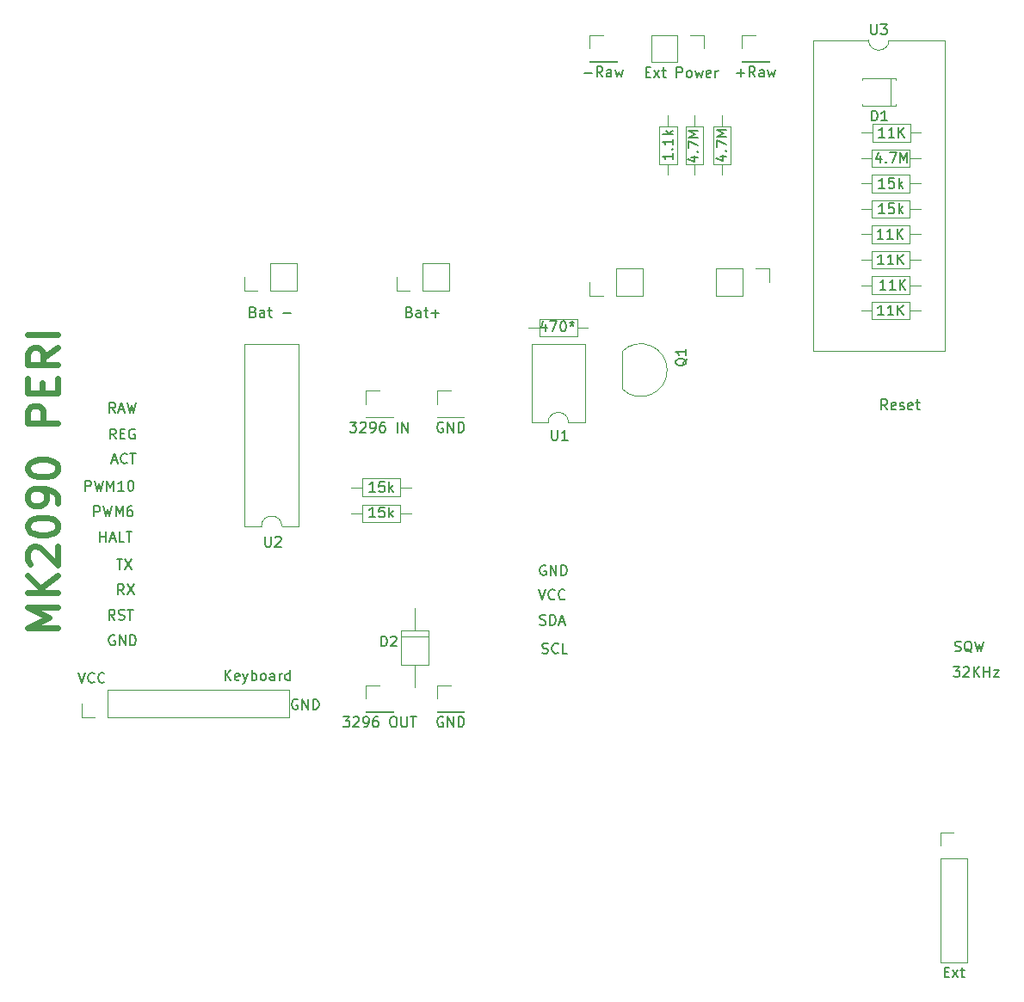
<source format=gbr>
G04 #@! TF.GenerationSoftware,KiCad,Pcbnew,(5.1.2)-2*
G04 #@! TF.CreationDate,2020-12-08T09:13:38+10:00*
G04 #@! TF.ProjectId,MK2090_PERI_order,4d4b3230-3930-45f5-9045-52495f6f7264,rev?*
G04 #@! TF.SameCoordinates,Original*
G04 #@! TF.FileFunction,Legend,Top*
G04 #@! TF.FilePolarity,Positive*
%FSLAX46Y46*%
G04 Gerber Fmt 4.6, Leading zero omitted, Abs format (unit mm)*
G04 Created by KiCad (PCBNEW (5.1.2)-2) date 2020-12-08 09:13:38*
%MOMM*%
%LPD*%
G04 APERTURE LIST*
%ADD10C,0.150000*%
%ADD11C,0.600000*%
%ADD12C,0.120000*%
G04 APERTURE END LIST*
D10*
X136961904Y-108052380D02*
X136628571Y-107576190D01*
X136390476Y-108052380D02*
X136390476Y-107052380D01*
X136771428Y-107052380D01*
X136866666Y-107100000D01*
X136914285Y-107147619D01*
X136961904Y-107242857D01*
X136961904Y-107385714D01*
X136914285Y-107480952D01*
X136866666Y-107528571D01*
X136771428Y-107576190D01*
X136390476Y-107576190D01*
X137771428Y-108004761D02*
X137676190Y-108052380D01*
X137485714Y-108052380D01*
X137390476Y-108004761D01*
X137342857Y-107909523D01*
X137342857Y-107528571D01*
X137390476Y-107433333D01*
X137485714Y-107385714D01*
X137676190Y-107385714D01*
X137771428Y-107433333D01*
X137819047Y-107528571D01*
X137819047Y-107623809D01*
X137342857Y-107719047D01*
X138200000Y-108004761D02*
X138295238Y-108052380D01*
X138485714Y-108052380D01*
X138580952Y-108004761D01*
X138628571Y-107909523D01*
X138628571Y-107861904D01*
X138580952Y-107766666D01*
X138485714Y-107719047D01*
X138342857Y-107719047D01*
X138247619Y-107671428D01*
X138200000Y-107576190D01*
X138200000Y-107528571D01*
X138247619Y-107433333D01*
X138342857Y-107385714D01*
X138485714Y-107385714D01*
X138580952Y-107433333D01*
X139438095Y-108004761D02*
X139342857Y-108052380D01*
X139152380Y-108052380D01*
X139057142Y-108004761D01*
X139009523Y-107909523D01*
X139009523Y-107528571D01*
X139057142Y-107433333D01*
X139152380Y-107385714D01*
X139342857Y-107385714D01*
X139438095Y-107433333D01*
X139485714Y-107528571D01*
X139485714Y-107623809D01*
X139009523Y-107719047D01*
X139771428Y-107385714D02*
X140152380Y-107385714D01*
X139914285Y-107052380D02*
X139914285Y-107909523D01*
X139961904Y-108004761D01*
X140057142Y-108052380D01*
X140152380Y-108052380D01*
X143461904Y-133352380D02*
X144080952Y-133352380D01*
X143747619Y-133733333D01*
X143890476Y-133733333D01*
X143985714Y-133780952D01*
X144033333Y-133828571D01*
X144080952Y-133923809D01*
X144080952Y-134161904D01*
X144033333Y-134257142D01*
X143985714Y-134304761D01*
X143890476Y-134352380D01*
X143604761Y-134352380D01*
X143509523Y-134304761D01*
X143461904Y-134257142D01*
X144461904Y-133447619D02*
X144509523Y-133400000D01*
X144604761Y-133352380D01*
X144842857Y-133352380D01*
X144938095Y-133400000D01*
X144985714Y-133447619D01*
X145033333Y-133542857D01*
X145033333Y-133638095D01*
X144985714Y-133780952D01*
X144414285Y-134352380D01*
X145033333Y-134352380D01*
X145461904Y-134352380D02*
X145461904Y-133352380D01*
X146033333Y-134352380D02*
X145604761Y-133780952D01*
X146033333Y-133352380D02*
X145461904Y-133923809D01*
X146461904Y-134352380D02*
X146461904Y-133352380D01*
X146461904Y-133828571D02*
X147033333Y-133828571D01*
X147033333Y-134352380D02*
X147033333Y-133352380D01*
X147414285Y-133685714D02*
X147938095Y-133685714D01*
X147414285Y-134352380D01*
X147938095Y-134352380D01*
X143619047Y-131804761D02*
X143761904Y-131852380D01*
X144000000Y-131852380D01*
X144095238Y-131804761D01*
X144142857Y-131757142D01*
X144190476Y-131661904D01*
X144190476Y-131566666D01*
X144142857Y-131471428D01*
X144095238Y-131423809D01*
X144000000Y-131376190D01*
X143809523Y-131328571D01*
X143714285Y-131280952D01*
X143666666Y-131233333D01*
X143619047Y-131138095D01*
X143619047Y-131042857D01*
X143666666Y-130947619D01*
X143714285Y-130900000D01*
X143809523Y-130852380D01*
X144047619Y-130852380D01*
X144190476Y-130900000D01*
X145285714Y-131947619D02*
X145190476Y-131900000D01*
X145095238Y-131804761D01*
X144952380Y-131661904D01*
X144857142Y-131614285D01*
X144761904Y-131614285D01*
X144809523Y-131852380D02*
X144714285Y-131804761D01*
X144619047Y-131709523D01*
X144571428Y-131519047D01*
X144571428Y-131185714D01*
X144619047Y-130995238D01*
X144714285Y-130900000D01*
X144809523Y-130852380D01*
X145000000Y-130852380D01*
X145095238Y-130900000D01*
X145190476Y-130995238D01*
X145238095Y-131185714D01*
X145238095Y-131519047D01*
X145190476Y-131709523D01*
X145095238Y-131804761D01*
X145000000Y-131852380D01*
X144809523Y-131852380D01*
X145571428Y-130852380D02*
X145809523Y-131852380D01*
X146000000Y-131138095D01*
X146190476Y-131852380D01*
X146428571Y-130852380D01*
X103009523Y-132004761D02*
X103152380Y-132052380D01*
X103390476Y-132052380D01*
X103485714Y-132004761D01*
X103533333Y-131957142D01*
X103580952Y-131861904D01*
X103580952Y-131766666D01*
X103533333Y-131671428D01*
X103485714Y-131623809D01*
X103390476Y-131576190D01*
X103200000Y-131528571D01*
X103104761Y-131480952D01*
X103057142Y-131433333D01*
X103009523Y-131338095D01*
X103009523Y-131242857D01*
X103057142Y-131147619D01*
X103104761Y-131100000D01*
X103200000Y-131052380D01*
X103438095Y-131052380D01*
X103580952Y-131100000D01*
X104580952Y-131957142D02*
X104533333Y-132004761D01*
X104390476Y-132052380D01*
X104295238Y-132052380D01*
X104152380Y-132004761D01*
X104057142Y-131909523D01*
X104009523Y-131814285D01*
X103961904Y-131623809D01*
X103961904Y-131480952D01*
X104009523Y-131290476D01*
X104057142Y-131195238D01*
X104152380Y-131100000D01*
X104295238Y-131052380D01*
X104390476Y-131052380D01*
X104533333Y-131100000D01*
X104580952Y-131147619D01*
X105485714Y-132052380D02*
X105009523Y-132052380D01*
X105009523Y-131052380D01*
X102785714Y-129204761D02*
X102928571Y-129252380D01*
X103166666Y-129252380D01*
X103261904Y-129204761D01*
X103309523Y-129157142D01*
X103357142Y-129061904D01*
X103357142Y-128966666D01*
X103309523Y-128871428D01*
X103261904Y-128823809D01*
X103166666Y-128776190D01*
X102976190Y-128728571D01*
X102880952Y-128680952D01*
X102833333Y-128633333D01*
X102785714Y-128538095D01*
X102785714Y-128442857D01*
X102833333Y-128347619D01*
X102880952Y-128300000D01*
X102976190Y-128252380D01*
X103214285Y-128252380D01*
X103357142Y-128300000D01*
X103785714Y-129252380D02*
X103785714Y-128252380D01*
X104023809Y-128252380D01*
X104166666Y-128300000D01*
X104261904Y-128395238D01*
X104309523Y-128490476D01*
X104357142Y-128680952D01*
X104357142Y-128823809D01*
X104309523Y-129014285D01*
X104261904Y-129109523D01*
X104166666Y-129204761D01*
X104023809Y-129252380D01*
X103785714Y-129252380D01*
X104738095Y-128966666D02*
X105214285Y-128966666D01*
X104642857Y-129252380D02*
X104976190Y-128252380D01*
X105309523Y-129252380D01*
X102666666Y-125752380D02*
X103000000Y-126752380D01*
X103333333Y-125752380D01*
X104238095Y-126657142D02*
X104190476Y-126704761D01*
X104047619Y-126752380D01*
X103952380Y-126752380D01*
X103809523Y-126704761D01*
X103714285Y-126609523D01*
X103666666Y-126514285D01*
X103619047Y-126323809D01*
X103619047Y-126180952D01*
X103666666Y-125990476D01*
X103714285Y-125895238D01*
X103809523Y-125800000D01*
X103952380Y-125752380D01*
X104047619Y-125752380D01*
X104190476Y-125800000D01*
X104238095Y-125847619D01*
X105238095Y-126657142D02*
X105190476Y-126704761D01*
X105047619Y-126752380D01*
X104952380Y-126752380D01*
X104809523Y-126704761D01*
X104714285Y-126609523D01*
X104666666Y-126514285D01*
X104619047Y-126323809D01*
X104619047Y-126180952D01*
X104666666Y-125990476D01*
X104714285Y-125895238D01*
X104809523Y-125800000D01*
X104952380Y-125752380D01*
X105047619Y-125752380D01*
X105190476Y-125800000D01*
X105238095Y-125847619D01*
X103338095Y-123400000D02*
X103242857Y-123352380D01*
X103100000Y-123352380D01*
X102957142Y-123400000D01*
X102861904Y-123495238D01*
X102814285Y-123590476D01*
X102766666Y-123780952D01*
X102766666Y-123923809D01*
X102814285Y-124114285D01*
X102861904Y-124209523D01*
X102957142Y-124304761D01*
X103100000Y-124352380D01*
X103195238Y-124352380D01*
X103338095Y-124304761D01*
X103385714Y-124257142D01*
X103385714Y-123923809D01*
X103195238Y-123923809D01*
X103814285Y-124352380D02*
X103814285Y-123352380D01*
X104385714Y-124352380D01*
X104385714Y-123352380D01*
X104861904Y-124352380D02*
X104861904Y-123352380D01*
X105100000Y-123352380D01*
X105242857Y-123400000D01*
X105338095Y-123495238D01*
X105385714Y-123590476D01*
X105433333Y-123780952D01*
X105433333Y-123923809D01*
X105385714Y-124114285D01*
X105338095Y-124209523D01*
X105242857Y-124304761D01*
X105100000Y-124352380D01*
X104861904Y-124352380D01*
X78938095Y-136600000D02*
X78842857Y-136552380D01*
X78700000Y-136552380D01*
X78557142Y-136600000D01*
X78461904Y-136695238D01*
X78414285Y-136790476D01*
X78366666Y-136980952D01*
X78366666Y-137123809D01*
X78414285Y-137314285D01*
X78461904Y-137409523D01*
X78557142Y-137504761D01*
X78700000Y-137552380D01*
X78795238Y-137552380D01*
X78938095Y-137504761D01*
X78985714Y-137457142D01*
X78985714Y-137123809D01*
X78795238Y-137123809D01*
X79414285Y-137552380D02*
X79414285Y-136552380D01*
X79985714Y-137552380D01*
X79985714Y-136552380D01*
X80461904Y-137552380D02*
X80461904Y-136552380D01*
X80700000Y-136552380D01*
X80842857Y-136600000D01*
X80938095Y-136695238D01*
X80985714Y-136790476D01*
X81033333Y-136980952D01*
X81033333Y-137123809D01*
X80985714Y-137314285D01*
X80938095Y-137409523D01*
X80842857Y-137504761D01*
X80700000Y-137552380D01*
X80461904Y-137552380D01*
X57366666Y-133952380D02*
X57700000Y-134952380D01*
X58033333Y-133952380D01*
X58938095Y-134857142D02*
X58890476Y-134904761D01*
X58747619Y-134952380D01*
X58652380Y-134952380D01*
X58509523Y-134904761D01*
X58414285Y-134809523D01*
X58366666Y-134714285D01*
X58319047Y-134523809D01*
X58319047Y-134380952D01*
X58366666Y-134190476D01*
X58414285Y-134095238D01*
X58509523Y-134000000D01*
X58652380Y-133952380D01*
X58747619Y-133952380D01*
X58890476Y-134000000D01*
X58938095Y-134047619D01*
X59938095Y-134857142D02*
X59890476Y-134904761D01*
X59747619Y-134952380D01*
X59652380Y-134952380D01*
X59509523Y-134904761D01*
X59414285Y-134809523D01*
X59366666Y-134714285D01*
X59319047Y-134523809D01*
X59319047Y-134380952D01*
X59366666Y-134190476D01*
X59414285Y-134095238D01*
X59509523Y-134000000D01*
X59652380Y-133952380D01*
X59747619Y-133952380D01*
X59890476Y-134000000D01*
X59938095Y-134047619D01*
X60680952Y-113066666D02*
X61157142Y-113066666D01*
X60585714Y-113352380D02*
X60919047Y-112352380D01*
X61252380Y-113352380D01*
X62157142Y-113257142D02*
X62109523Y-113304761D01*
X61966666Y-113352380D01*
X61871428Y-113352380D01*
X61728571Y-113304761D01*
X61633333Y-113209523D01*
X61585714Y-113114285D01*
X61538095Y-112923809D01*
X61538095Y-112780952D01*
X61585714Y-112590476D01*
X61633333Y-112495238D01*
X61728571Y-112400000D01*
X61871428Y-112352380D01*
X61966666Y-112352380D01*
X62109523Y-112400000D01*
X62157142Y-112447619D01*
X62442857Y-112352380D02*
X63014285Y-112352380D01*
X62728571Y-113352380D02*
X62728571Y-112352380D01*
X58042857Y-116052380D02*
X58042857Y-115052380D01*
X58423809Y-115052380D01*
X58519047Y-115100000D01*
X58566666Y-115147619D01*
X58614285Y-115242857D01*
X58614285Y-115385714D01*
X58566666Y-115480952D01*
X58519047Y-115528571D01*
X58423809Y-115576190D01*
X58042857Y-115576190D01*
X58947619Y-115052380D02*
X59185714Y-116052380D01*
X59376190Y-115338095D01*
X59566666Y-116052380D01*
X59804761Y-115052380D01*
X60185714Y-116052380D02*
X60185714Y-115052380D01*
X60519047Y-115766666D01*
X60852380Y-115052380D01*
X60852380Y-116052380D01*
X61852380Y-116052380D02*
X61280952Y-116052380D01*
X61566666Y-116052380D02*
X61566666Y-115052380D01*
X61471428Y-115195238D01*
X61376190Y-115290476D01*
X61280952Y-115338095D01*
X62471428Y-115052380D02*
X62566666Y-115052380D01*
X62661904Y-115100000D01*
X62709523Y-115147619D01*
X62757142Y-115242857D01*
X62804761Y-115433333D01*
X62804761Y-115671428D01*
X62757142Y-115861904D01*
X62709523Y-115957142D01*
X62661904Y-116004761D01*
X62566666Y-116052380D01*
X62471428Y-116052380D01*
X62376190Y-116004761D01*
X62328571Y-115957142D01*
X62280952Y-115861904D01*
X62233333Y-115671428D01*
X62233333Y-115433333D01*
X62280952Y-115242857D01*
X62328571Y-115147619D01*
X62376190Y-115100000D01*
X62471428Y-115052380D01*
X58919047Y-118552380D02*
X58919047Y-117552380D01*
X59300000Y-117552380D01*
X59395238Y-117600000D01*
X59442857Y-117647619D01*
X59490476Y-117742857D01*
X59490476Y-117885714D01*
X59442857Y-117980952D01*
X59395238Y-118028571D01*
X59300000Y-118076190D01*
X58919047Y-118076190D01*
X59823809Y-117552380D02*
X60061904Y-118552380D01*
X60252380Y-117838095D01*
X60442857Y-118552380D01*
X60680952Y-117552380D01*
X61061904Y-118552380D02*
X61061904Y-117552380D01*
X61395238Y-118266666D01*
X61728571Y-117552380D01*
X61728571Y-118552380D01*
X62633333Y-117552380D02*
X62442857Y-117552380D01*
X62347619Y-117600000D01*
X62300000Y-117647619D01*
X62204761Y-117790476D01*
X62157142Y-117980952D01*
X62157142Y-118361904D01*
X62204761Y-118457142D01*
X62252380Y-118504761D01*
X62347619Y-118552380D01*
X62538095Y-118552380D01*
X62633333Y-118504761D01*
X62680952Y-118457142D01*
X62728571Y-118361904D01*
X62728571Y-118123809D01*
X62680952Y-118028571D01*
X62633333Y-117980952D01*
X62538095Y-117933333D01*
X62347619Y-117933333D01*
X62252380Y-117980952D01*
X62204761Y-118028571D01*
X62157142Y-118123809D01*
X59500000Y-121052380D02*
X59500000Y-120052380D01*
X59500000Y-120528571D02*
X60071428Y-120528571D01*
X60071428Y-121052380D02*
X60071428Y-120052380D01*
X60500000Y-120766666D02*
X60976190Y-120766666D01*
X60404761Y-121052380D02*
X60738095Y-120052380D01*
X61071428Y-121052380D01*
X61880952Y-121052380D02*
X61404761Y-121052380D01*
X61404761Y-120052380D01*
X62071428Y-120052380D02*
X62642857Y-120052380D01*
X62357142Y-121052380D02*
X62357142Y-120052380D01*
X61138095Y-122752380D02*
X61709523Y-122752380D01*
X61423809Y-123752380D02*
X61423809Y-122752380D01*
X61947619Y-122752380D02*
X62614285Y-123752380D01*
X62614285Y-122752380D02*
X61947619Y-123752380D01*
X61833333Y-126252380D02*
X61500000Y-125776190D01*
X61261904Y-126252380D02*
X61261904Y-125252380D01*
X61642857Y-125252380D01*
X61738095Y-125300000D01*
X61785714Y-125347619D01*
X61833333Y-125442857D01*
X61833333Y-125585714D01*
X61785714Y-125680952D01*
X61738095Y-125728571D01*
X61642857Y-125776190D01*
X61261904Y-125776190D01*
X62166666Y-125252380D02*
X62833333Y-126252380D01*
X62833333Y-125252380D02*
X62166666Y-126252380D01*
X60952380Y-128752380D02*
X60619047Y-128276190D01*
X60380952Y-128752380D02*
X60380952Y-127752380D01*
X60761904Y-127752380D01*
X60857142Y-127800000D01*
X60904761Y-127847619D01*
X60952380Y-127942857D01*
X60952380Y-128085714D01*
X60904761Y-128180952D01*
X60857142Y-128228571D01*
X60761904Y-128276190D01*
X60380952Y-128276190D01*
X61333333Y-128704761D02*
X61476190Y-128752380D01*
X61714285Y-128752380D01*
X61809523Y-128704761D01*
X61857142Y-128657142D01*
X61904761Y-128561904D01*
X61904761Y-128466666D01*
X61857142Y-128371428D01*
X61809523Y-128323809D01*
X61714285Y-128276190D01*
X61523809Y-128228571D01*
X61428571Y-128180952D01*
X61380952Y-128133333D01*
X61333333Y-128038095D01*
X61333333Y-127942857D01*
X61380952Y-127847619D01*
X61428571Y-127800000D01*
X61523809Y-127752380D01*
X61761904Y-127752380D01*
X61904761Y-127800000D01*
X62190476Y-127752380D02*
X62761904Y-127752380D01*
X62476190Y-128752380D02*
X62476190Y-127752380D01*
X61057142Y-110952380D02*
X60723809Y-110476190D01*
X60485714Y-110952380D02*
X60485714Y-109952380D01*
X60866666Y-109952380D01*
X60961904Y-110000000D01*
X61009523Y-110047619D01*
X61057142Y-110142857D01*
X61057142Y-110285714D01*
X61009523Y-110380952D01*
X60961904Y-110428571D01*
X60866666Y-110476190D01*
X60485714Y-110476190D01*
X61485714Y-110428571D02*
X61819047Y-110428571D01*
X61961904Y-110952380D02*
X61485714Y-110952380D01*
X61485714Y-109952380D01*
X61961904Y-109952380D01*
X62914285Y-110000000D02*
X62819047Y-109952380D01*
X62676190Y-109952380D01*
X62533333Y-110000000D01*
X62438095Y-110095238D01*
X62390476Y-110190476D01*
X62342857Y-110380952D01*
X62342857Y-110523809D01*
X62390476Y-110714285D01*
X62438095Y-110809523D01*
X62533333Y-110904761D01*
X62676190Y-110952380D01*
X62771428Y-110952380D01*
X62914285Y-110904761D01*
X62961904Y-110857142D01*
X62961904Y-110523809D01*
X62771428Y-110523809D01*
X60938095Y-130300000D02*
X60842857Y-130252380D01*
X60700000Y-130252380D01*
X60557142Y-130300000D01*
X60461904Y-130395238D01*
X60414285Y-130490476D01*
X60366666Y-130680952D01*
X60366666Y-130823809D01*
X60414285Y-131014285D01*
X60461904Y-131109523D01*
X60557142Y-131204761D01*
X60700000Y-131252380D01*
X60795238Y-131252380D01*
X60938095Y-131204761D01*
X60985714Y-131157142D01*
X60985714Y-130823809D01*
X60795238Y-130823809D01*
X61414285Y-131252380D02*
X61414285Y-130252380D01*
X61985714Y-131252380D01*
X61985714Y-130252380D01*
X62461904Y-131252380D02*
X62461904Y-130252380D01*
X62700000Y-130252380D01*
X62842857Y-130300000D01*
X62938095Y-130395238D01*
X62985714Y-130490476D01*
X63033333Y-130680952D01*
X63033333Y-130823809D01*
X62985714Y-131014285D01*
X62938095Y-131109523D01*
X62842857Y-131204761D01*
X62700000Y-131252380D01*
X62461904Y-131252380D01*
X61009523Y-108352380D02*
X60676190Y-107876190D01*
X60438095Y-108352380D02*
X60438095Y-107352380D01*
X60819047Y-107352380D01*
X60914285Y-107400000D01*
X60961904Y-107447619D01*
X61009523Y-107542857D01*
X61009523Y-107685714D01*
X60961904Y-107780952D01*
X60914285Y-107828571D01*
X60819047Y-107876190D01*
X60438095Y-107876190D01*
X61390476Y-108066666D02*
X61866666Y-108066666D01*
X61295238Y-108352380D02*
X61628571Y-107352380D01*
X61961904Y-108352380D01*
X62200000Y-107352380D02*
X62438095Y-108352380D01*
X62628571Y-107638095D01*
X62819047Y-108352380D01*
X63057142Y-107352380D01*
D11*
X55357142Y-129528571D02*
X52357142Y-129528571D01*
X54500000Y-128528571D01*
X52357142Y-127528571D01*
X55357142Y-127528571D01*
X55357142Y-126100000D02*
X52357142Y-126100000D01*
X55357142Y-124385714D02*
X53642857Y-125671428D01*
X52357142Y-124385714D02*
X54071428Y-126100000D01*
X52642857Y-123242857D02*
X52500000Y-123100000D01*
X52357142Y-122814285D01*
X52357142Y-122100000D01*
X52500000Y-121814285D01*
X52642857Y-121671428D01*
X52928571Y-121528571D01*
X53214285Y-121528571D01*
X53642857Y-121671428D01*
X55357142Y-123385714D01*
X55357142Y-121528571D01*
X52357142Y-119671428D02*
X52357142Y-119385714D01*
X52500000Y-119100000D01*
X52642857Y-118957142D01*
X52928571Y-118814285D01*
X53500000Y-118671428D01*
X54214285Y-118671428D01*
X54785714Y-118814285D01*
X55071428Y-118957142D01*
X55214285Y-119100000D01*
X55357142Y-119385714D01*
X55357142Y-119671428D01*
X55214285Y-119957142D01*
X55071428Y-120100000D01*
X54785714Y-120242857D01*
X54214285Y-120385714D01*
X53500000Y-120385714D01*
X52928571Y-120242857D01*
X52642857Y-120100000D01*
X52500000Y-119957142D01*
X52357142Y-119671428D01*
X55357142Y-117242857D02*
X55357142Y-116671428D01*
X55214285Y-116385714D01*
X55071428Y-116242857D01*
X54642857Y-115957142D01*
X54071428Y-115814285D01*
X52928571Y-115814285D01*
X52642857Y-115957142D01*
X52500000Y-116100000D01*
X52357142Y-116385714D01*
X52357142Y-116957142D01*
X52500000Y-117242857D01*
X52642857Y-117385714D01*
X52928571Y-117528571D01*
X53642857Y-117528571D01*
X53928571Y-117385714D01*
X54071428Y-117242857D01*
X54214285Y-116957142D01*
X54214285Y-116385714D01*
X54071428Y-116100000D01*
X53928571Y-115957142D01*
X53642857Y-115814285D01*
X52357142Y-113957142D02*
X52357142Y-113671428D01*
X52500000Y-113385714D01*
X52642857Y-113242857D01*
X52928571Y-113100000D01*
X53500000Y-112957142D01*
X54214285Y-112957142D01*
X54785714Y-113100000D01*
X55071428Y-113242857D01*
X55214285Y-113385714D01*
X55357142Y-113671428D01*
X55357142Y-113957142D01*
X55214285Y-114242857D01*
X55071428Y-114385714D01*
X54785714Y-114528571D01*
X54214285Y-114671428D01*
X53500000Y-114671428D01*
X52928571Y-114528571D01*
X52642857Y-114385714D01*
X52500000Y-114242857D01*
X52357142Y-113957142D01*
X55357142Y-109385714D02*
X52357142Y-109385714D01*
X52357142Y-108242857D01*
X52500000Y-107957142D01*
X52642857Y-107814285D01*
X52928571Y-107671428D01*
X53357142Y-107671428D01*
X53642857Y-107814285D01*
X53785714Y-107957142D01*
X53928571Y-108242857D01*
X53928571Y-109385714D01*
X53785714Y-106385714D02*
X53785714Y-105385714D01*
X55357142Y-104957142D02*
X55357142Y-106385714D01*
X52357142Y-106385714D01*
X52357142Y-104957142D01*
X55357142Y-101957142D02*
X53928571Y-102957142D01*
X55357142Y-103671428D02*
X52357142Y-103671428D01*
X52357142Y-102528571D01*
X52500000Y-102242857D01*
X52642857Y-102100000D01*
X52928571Y-101957142D01*
X53357142Y-101957142D01*
X53642857Y-102100000D01*
X53785714Y-102242857D01*
X53928571Y-102528571D01*
X53928571Y-103671428D01*
X55357142Y-100671428D02*
X52357142Y-100671428D01*
D12*
X140240000Y-90800000D02*
X139170000Y-90800000D01*
X134380000Y-90800000D02*
X135450000Y-90800000D01*
X139170000Y-89940000D02*
X135450000Y-89940000D01*
X139170000Y-91660000D02*
X139170000Y-89940000D01*
X135450000Y-91660000D02*
X139170000Y-91660000D01*
X135450000Y-89940000D02*
X135450000Y-91660000D01*
X134410000Y-80800000D02*
X135480000Y-80800000D01*
X140270000Y-80800000D02*
X139200000Y-80800000D01*
X135480000Y-81660000D02*
X139200000Y-81660000D01*
X135480000Y-79940000D02*
X135480000Y-81660000D01*
X139200000Y-79940000D02*
X135480000Y-79940000D01*
X139200000Y-81660000D02*
X139200000Y-79940000D01*
X73740000Y-119530000D02*
X75390000Y-119530000D01*
X73740000Y-101630000D02*
X73740000Y-119530000D01*
X79040000Y-101630000D02*
X73740000Y-101630000D01*
X79040000Y-119530000D02*
X79040000Y-101630000D01*
X77390000Y-119530000D02*
X79040000Y-119530000D01*
X75390000Y-119530000D02*
G75*
G02X77390000Y-119530000I1000000J0D01*
G01*
X122670000Y-71170000D02*
X124000000Y-71170000D01*
X122670000Y-72500000D02*
X122670000Y-71170000D01*
X122670000Y-73770000D02*
X125330000Y-73770000D01*
X125330000Y-73770000D02*
X125330000Y-73830000D01*
X122670000Y-73770000D02*
X122670000Y-73830000D01*
X122670000Y-73830000D02*
X125330000Y-73830000D01*
X107670000Y-73830000D02*
X110330000Y-73830000D01*
X107670000Y-73770000D02*
X107670000Y-73830000D01*
X110330000Y-73770000D02*
X110330000Y-73830000D01*
X107670000Y-73770000D02*
X110330000Y-73770000D01*
X107670000Y-72500000D02*
X107670000Y-71170000D01*
X107670000Y-71170000D02*
X109000000Y-71170000D01*
X120130000Y-94170000D02*
X120130000Y-96830000D01*
X122730000Y-94170000D02*
X120130000Y-94170000D01*
X122730000Y-96830000D02*
X120130000Y-96830000D01*
X122730000Y-94170000D02*
X122730000Y-96830000D01*
X124000000Y-94170000D02*
X125330000Y-94170000D01*
X125330000Y-94170000D02*
X125330000Y-95500000D01*
X107670000Y-96830000D02*
X107670000Y-95500000D01*
X109000000Y-96830000D02*
X107670000Y-96830000D01*
X110270000Y-96830000D02*
X110270000Y-94170000D01*
X110270000Y-94170000D02*
X112870000Y-94170000D01*
X110270000Y-96830000D02*
X112870000Y-96830000D01*
X112870000Y-96830000D02*
X112870000Y-94170000D01*
X85670000Y-106170000D02*
X87000000Y-106170000D01*
X85670000Y-107500000D02*
X85670000Y-106170000D01*
X85670000Y-108770000D02*
X88330000Y-108770000D01*
X88330000Y-108770000D02*
X88330000Y-108830000D01*
X85670000Y-108770000D02*
X85670000Y-108830000D01*
X85670000Y-108830000D02*
X88330000Y-108830000D01*
X57670000Y-138330000D02*
X57670000Y-137000000D01*
X59000000Y-138330000D02*
X57670000Y-138330000D01*
X60270000Y-138330000D02*
X60270000Y-135670000D01*
X60270000Y-135670000D02*
X78110000Y-135670000D01*
X60270000Y-138330000D02*
X78110000Y-138330000D01*
X78110000Y-138330000D02*
X78110000Y-135670000D01*
X101940000Y-109330000D02*
X103590000Y-109330000D01*
X101940000Y-101590000D02*
X101940000Y-109330000D01*
X107240000Y-101590000D02*
X101940000Y-101590000D01*
X107240000Y-109330000D02*
X107240000Y-101590000D01*
X105590000Y-109330000D02*
X107240000Y-109330000D01*
X103590000Y-109330000D02*
G75*
G02X105590000Y-109330000I1000000J0D01*
G01*
X118930000Y-71170000D02*
X118930000Y-72500000D01*
X117600000Y-71170000D02*
X118930000Y-71170000D01*
X116330000Y-71170000D02*
X116330000Y-73830000D01*
X116330000Y-73830000D02*
X113730000Y-73830000D01*
X116330000Y-71170000D02*
X113730000Y-71170000D01*
X113730000Y-71170000D02*
X113730000Y-73830000D01*
X93870000Y-96330000D02*
X93870000Y-93670000D01*
X91270000Y-96330000D02*
X93870000Y-96330000D01*
X91270000Y-93670000D02*
X93870000Y-93670000D01*
X91270000Y-96330000D02*
X91270000Y-93670000D01*
X90000000Y-96330000D02*
X88670000Y-96330000D01*
X88670000Y-96330000D02*
X88670000Y-95000000D01*
X73670000Y-96330000D02*
X73670000Y-95000000D01*
X75000000Y-96330000D02*
X73670000Y-96330000D01*
X76270000Y-96330000D02*
X76270000Y-93670000D01*
X76270000Y-93670000D02*
X78870000Y-93670000D01*
X76270000Y-96330000D02*
X78870000Y-96330000D01*
X78870000Y-96330000D02*
X78870000Y-93670000D01*
X110861522Y-106008478D02*
G75*
G03X115300000Y-104170000I1838478J1838478D01*
G01*
X110861522Y-102331522D02*
G75*
G02X115300000Y-104170000I1838478J-1838478D01*
G01*
X110850000Y-102370000D02*
X110850000Y-105970000D01*
X101660000Y-100000000D02*
X102730000Y-100000000D01*
X107520000Y-100000000D02*
X106450000Y-100000000D01*
X102730000Y-100860000D02*
X106450000Y-100860000D01*
X102730000Y-99140000D02*
X102730000Y-100860000D01*
X106450000Y-99140000D02*
X102730000Y-99140000D01*
X106450000Y-100860000D02*
X106450000Y-99140000D01*
X118860000Y-80150000D02*
X117140000Y-80150000D01*
X117140000Y-80150000D02*
X117140000Y-83870000D01*
X117140000Y-83870000D02*
X118860000Y-83870000D01*
X118860000Y-83870000D02*
X118860000Y-80150000D01*
X118000000Y-79080000D02*
X118000000Y-80150000D01*
X118000000Y-84940000D02*
X118000000Y-83870000D01*
X116260000Y-80150000D02*
X114540000Y-80150000D01*
X114540000Y-80150000D02*
X114540000Y-83870000D01*
X114540000Y-83870000D02*
X116260000Y-83870000D01*
X116260000Y-83870000D02*
X116260000Y-80150000D01*
X115400000Y-79080000D02*
X115400000Y-80150000D01*
X115400000Y-84940000D02*
X115400000Y-83870000D01*
X90090000Y-118300000D02*
X89020000Y-118300000D01*
X84230000Y-118300000D02*
X85300000Y-118300000D01*
X89020000Y-117440000D02*
X85300000Y-117440000D01*
X89020000Y-119160000D02*
X89020000Y-117440000D01*
X85300000Y-119160000D02*
X89020000Y-119160000D01*
X85300000Y-117440000D02*
X85300000Y-119160000D01*
X85300000Y-114840000D02*
X85300000Y-116560000D01*
X85300000Y-116560000D02*
X89020000Y-116560000D01*
X89020000Y-116560000D02*
X89020000Y-114840000D01*
X89020000Y-114840000D02*
X85300000Y-114840000D01*
X84230000Y-115700000D02*
X85300000Y-115700000D01*
X90090000Y-115700000D02*
X89020000Y-115700000D01*
X135450000Y-87440000D02*
X135450000Y-89160000D01*
X135450000Y-89160000D02*
X139170000Y-89160000D01*
X139170000Y-89160000D02*
X139170000Y-87440000D01*
X139170000Y-87440000D02*
X135450000Y-87440000D01*
X134380000Y-88300000D02*
X135450000Y-88300000D01*
X140240000Y-88300000D02*
X139170000Y-88300000D01*
X121560000Y-80150000D02*
X119840000Y-80150000D01*
X119840000Y-80150000D02*
X119840000Y-83870000D01*
X119840000Y-83870000D02*
X121560000Y-83870000D01*
X121560000Y-83870000D02*
X121560000Y-80150000D01*
X120700000Y-79080000D02*
X120700000Y-80150000D01*
X120700000Y-84940000D02*
X120700000Y-83870000D01*
X140240000Y-83300000D02*
X139170000Y-83300000D01*
X134380000Y-83300000D02*
X135450000Y-83300000D01*
X139170000Y-82440000D02*
X135450000Y-82440000D01*
X139170000Y-84160000D02*
X139170000Y-82440000D01*
X135450000Y-84160000D02*
X139170000Y-84160000D01*
X135450000Y-82440000D02*
X135450000Y-84160000D01*
X140240000Y-85800000D02*
X139170000Y-85800000D01*
X134380000Y-85800000D02*
X135450000Y-85800000D01*
X139170000Y-84940000D02*
X135450000Y-84940000D01*
X139170000Y-86660000D02*
X139170000Y-84940000D01*
X135450000Y-86660000D02*
X139170000Y-86660000D01*
X135450000Y-84940000D02*
X135450000Y-86660000D01*
X135450000Y-92440000D02*
X135450000Y-94160000D01*
X135450000Y-94160000D02*
X139170000Y-94160000D01*
X139170000Y-94160000D02*
X139170000Y-92440000D01*
X139170000Y-92440000D02*
X135450000Y-92440000D01*
X134380000Y-93300000D02*
X135450000Y-93300000D01*
X140240000Y-93300000D02*
X139170000Y-93300000D01*
X140240000Y-95800000D02*
X139170000Y-95800000D01*
X134380000Y-95800000D02*
X135450000Y-95800000D01*
X139170000Y-94940000D02*
X135450000Y-94940000D01*
X139170000Y-96660000D02*
X139170000Y-94940000D01*
X135450000Y-96660000D02*
X139170000Y-96660000D01*
X135450000Y-94940000D02*
X135450000Y-96660000D01*
X135450000Y-97440000D02*
X135450000Y-99160000D01*
X135450000Y-99160000D02*
X139170000Y-99160000D01*
X139170000Y-99160000D02*
X139170000Y-97440000D01*
X139170000Y-97440000D02*
X135450000Y-97440000D01*
X134380000Y-98300000D02*
X135450000Y-98300000D01*
X140240000Y-98300000D02*
X139170000Y-98300000D01*
X92670000Y-106170000D02*
X94000000Y-106170000D01*
X92670000Y-107500000D02*
X92670000Y-106170000D01*
X92670000Y-108770000D02*
X95330000Y-108770000D01*
X95330000Y-108770000D02*
X95330000Y-108830000D01*
X92670000Y-108770000D02*
X92670000Y-108830000D01*
X92670000Y-108830000D02*
X95330000Y-108830000D01*
X92670000Y-137830000D02*
X95330000Y-137830000D01*
X92670000Y-137770000D02*
X92670000Y-137830000D01*
X95330000Y-137770000D02*
X95330000Y-137830000D01*
X92670000Y-137770000D02*
X95330000Y-137770000D01*
X92670000Y-136500000D02*
X92670000Y-135170000D01*
X92670000Y-135170000D02*
X94000000Y-135170000D01*
X85670000Y-135170000D02*
X87000000Y-135170000D01*
X85670000Y-136500000D02*
X85670000Y-135170000D01*
X85670000Y-137770000D02*
X88330000Y-137770000D01*
X88330000Y-137770000D02*
X88330000Y-137830000D01*
X85670000Y-137770000D02*
X85670000Y-137830000D01*
X85670000Y-137830000D02*
X88330000Y-137830000D01*
X137280000Y-78160000D02*
X137280000Y-75440000D01*
X134500000Y-75440000D02*
X134500000Y-75620000D01*
X137820000Y-75440000D02*
X134500000Y-75440000D01*
X137820000Y-75620000D02*
X137820000Y-75440000D01*
X134500000Y-78160000D02*
X134500000Y-77980000D01*
X137820000Y-78160000D02*
X134500000Y-78160000D01*
X137820000Y-77980000D02*
X137820000Y-78160000D01*
X91860000Y-130360000D02*
X89140000Y-130360000D01*
X90500000Y-135380000D02*
X90500000Y-133140000D01*
X90500000Y-127580000D02*
X90500000Y-129820000D01*
X91860000Y-133140000D02*
X91860000Y-129820000D01*
X89140000Y-133140000D02*
X91860000Y-133140000D01*
X89140000Y-129820000D02*
X89140000Y-133140000D01*
X91860000Y-129820000D02*
X89140000Y-129820000D01*
X142170000Y-149670000D02*
X143500000Y-149670000D01*
X142170000Y-151000000D02*
X142170000Y-149670000D01*
X142170000Y-152270000D02*
X144830000Y-152270000D01*
X144830000Y-152270000D02*
X144830000Y-162490000D01*
X142170000Y-152270000D02*
X142170000Y-162490000D01*
X142170000Y-162490000D02*
X144830000Y-162490000D01*
X142580000Y-71670000D02*
X137120000Y-71670000D01*
X142580000Y-102270000D02*
X142580000Y-71670000D01*
X129660000Y-102270000D02*
X142580000Y-102270000D01*
X129660000Y-71670000D02*
X129660000Y-102270000D01*
X135120000Y-71670000D02*
X129660000Y-71670000D01*
X137120000Y-71670000D02*
G75*
G02X135120000Y-71670000I-1000000J0D01*
G01*
D10*
X136559523Y-91252380D02*
X135988095Y-91252380D01*
X136273809Y-91252380D02*
X136273809Y-90252380D01*
X136178571Y-90395238D01*
X136083333Y-90490476D01*
X135988095Y-90538095D01*
X137511904Y-91252380D02*
X136940476Y-91252380D01*
X137226190Y-91252380D02*
X137226190Y-90252380D01*
X137130952Y-90395238D01*
X137035714Y-90490476D01*
X136940476Y-90538095D01*
X137940476Y-91252380D02*
X137940476Y-90252380D01*
X138511904Y-91252380D02*
X138083333Y-90680952D01*
X138511904Y-90252380D02*
X137940476Y-90823809D01*
X136709523Y-81252380D02*
X136138095Y-81252380D01*
X136423809Y-81252380D02*
X136423809Y-80252380D01*
X136328571Y-80395238D01*
X136233333Y-80490476D01*
X136138095Y-80538095D01*
X137661904Y-81252380D02*
X137090476Y-81252380D01*
X137376190Y-81252380D02*
X137376190Y-80252380D01*
X137280952Y-80395238D01*
X137185714Y-80490476D01*
X137090476Y-80538095D01*
X138090476Y-81252380D02*
X138090476Y-80252380D01*
X138661904Y-81252380D02*
X138233333Y-80680952D01*
X138661904Y-80252380D02*
X138090476Y-80823809D01*
X75738095Y-120552380D02*
X75738095Y-121361904D01*
X75785714Y-121457142D01*
X75833333Y-121504761D01*
X75928571Y-121552380D01*
X76119047Y-121552380D01*
X76214285Y-121504761D01*
X76261904Y-121457142D01*
X76309523Y-121361904D01*
X76309523Y-120552380D01*
X76738095Y-120647619D02*
X76785714Y-120600000D01*
X76880952Y-120552380D01*
X77119047Y-120552380D01*
X77214285Y-120600000D01*
X77261904Y-120647619D01*
X77309523Y-120742857D01*
X77309523Y-120838095D01*
X77261904Y-120980952D01*
X76690476Y-121552380D01*
X77309523Y-121552380D01*
X122142857Y-74901428D02*
X122904761Y-74901428D01*
X122523809Y-75282380D02*
X122523809Y-74520476D01*
X123952380Y-75282380D02*
X123619047Y-74806190D01*
X123380952Y-75282380D02*
X123380952Y-74282380D01*
X123761904Y-74282380D01*
X123857142Y-74330000D01*
X123904761Y-74377619D01*
X123952380Y-74472857D01*
X123952380Y-74615714D01*
X123904761Y-74710952D01*
X123857142Y-74758571D01*
X123761904Y-74806190D01*
X123380952Y-74806190D01*
X124809523Y-75282380D02*
X124809523Y-74758571D01*
X124761904Y-74663333D01*
X124666666Y-74615714D01*
X124476190Y-74615714D01*
X124380952Y-74663333D01*
X124809523Y-75234761D02*
X124714285Y-75282380D01*
X124476190Y-75282380D01*
X124380952Y-75234761D01*
X124333333Y-75139523D01*
X124333333Y-75044285D01*
X124380952Y-74949047D01*
X124476190Y-74901428D01*
X124714285Y-74901428D01*
X124809523Y-74853809D01*
X125190476Y-74615714D02*
X125380952Y-75282380D01*
X125571428Y-74806190D01*
X125761904Y-75282380D01*
X125952380Y-74615714D01*
X107142857Y-74901428D02*
X107904761Y-74901428D01*
X108952380Y-75282380D02*
X108619047Y-74806190D01*
X108380952Y-75282380D02*
X108380952Y-74282380D01*
X108761904Y-74282380D01*
X108857142Y-74330000D01*
X108904761Y-74377619D01*
X108952380Y-74472857D01*
X108952380Y-74615714D01*
X108904761Y-74710952D01*
X108857142Y-74758571D01*
X108761904Y-74806190D01*
X108380952Y-74806190D01*
X109809523Y-75282380D02*
X109809523Y-74758571D01*
X109761904Y-74663333D01*
X109666666Y-74615714D01*
X109476190Y-74615714D01*
X109380952Y-74663333D01*
X109809523Y-75234761D02*
X109714285Y-75282380D01*
X109476190Y-75282380D01*
X109380952Y-75234761D01*
X109333333Y-75139523D01*
X109333333Y-75044285D01*
X109380952Y-74949047D01*
X109476190Y-74901428D01*
X109714285Y-74901428D01*
X109809523Y-74853809D01*
X110190476Y-74615714D02*
X110380952Y-75282380D01*
X110571428Y-74806190D01*
X110761904Y-75282380D01*
X110952380Y-74615714D01*
X84095238Y-109282380D02*
X84714285Y-109282380D01*
X84380952Y-109663333D01*
X84523809Y-109663333D01*
X84619047Y-109710952D01*
X84666666Y-109758571D01*
X84714285Y-109853809D01*
X84714285Y-110091904D01*
X84666666Y-110187142D01*
X84619047Y-110234761D01*
X84523809Y-110282380D01*
X84238095Y-110282380D01*
X84142857Y-110234761D01*
X84095238Y-110187142D01*
X85095238Y-109377619D02*
X85142857Y-109330000D01*
X85238095Y-109282380D01*
X85476190Y-109282380D01*
X85571428Y-109330000D01*
X85619047Y-109377619D01*
X85666666Y-109472857D01*
X85666666Y-109568095D01*
X85619047Y-109710952D01*
X85047619Y-110282380D01*
X85666666Y-110282380D01*
X86142857Y-110282380D02*
X86333333Y-110282380D01*
X86428571Y-110234761D01*
X86476190Y-110187142D01*
X86571428Y-110044285D01*
X86619047Y-109853809D01*
X86619047Y-109472857D01*
X86571428Y-109377619D01*
X86523809Y-109330000D01*
X86428571Y-109282380D01*
X86238095Y-109282380D01*
X86142857Y-109330000D01*
X86095238Y-109377619D01*
X86047619Y-109472857D01*
X86047619Y-109710952D01*
X86095238Y-109806190D01*
X86142857Y-109853809D01*
X86238095Y-109901428D01*
X86428571Y-109901428D01*
X86523809Y-109853809D01*
X86571428Y-109806190D01*
X86619047Y-109710952D01*
X87476190Y-109282380D02*
X87285714Y-109282380D01*
X87190476Y-109330000D01*
X87142857Y-109377619D01*
X87047619Y-109520476D01*
X87000000Y-109710952D01*
X87000000Y-110091904D01*
X87047619Y-110187142D01*
X87095238Y-110234761D01*
X87190476Y-110282380D01*
X87380952Y-110282380D01*
X87476190Y-110234761D01*
X87523809Y-110187142D01*
X87571428Y-110091904D01*
X87571428Y-109853809D01*
X87523809Y-109758571D01*
X87476190Y-109710952D01*
X87380952Y-109663333D01*
X87190476Y-109663333D01*
X87095238Y-109710952D01*
X87047619Y-109758571D01*
X87000000Y-109853809D01*
X88761904Y-110282380D02*
X88761904Y-109282380D01*
X89238095Y-110282380D02*
X89238095Y-109282380D01*
X89809523Y-110282380D01*
X89809523Y-109282380D01*
X71809523Y-134702380D02*
X71809523Y-133702380D01*
X72380952Y-134702380D02*
X71952380Y-134130952D01*
X72380952Y-133702380D02*
X71809523Y-134273809D01*
X73190476Y-134654761D02*
X73095238Y-134702380D01*
X72904761Y-134702380D01*
X72809523Y-134654761D01*
X72761904Y-134559523D01*
X72761904Y-134178571D01*
X72809523Y-134083333D01*
X72904761Y-134035714D01*
X73095238Y-134035714D01*
X73190476Y-134083333D01*
X73238095Y-134178571D01*
X73238095Y-134273809D01*
X72761904Y-134369047D01*
X73571428Y-134035714D02*
X73809523Y-134702380D01*
X74047619Y-134035714D02*
X73809523Y-134702380D01*
X73714285Y-134940476D01*
X73666666Y-134988095D01*
X73571428Y-135035714D01*
X74428571Y-134702380D02*
X74428571Y-133702380D01*
X74428571Y-134083333D02*
X74523809Y-134035714D01*
X74714285Y-134035714D01*
X74809523Y-134083333D01*
X74857142Y-134130952D01*
X74904761Y-134226190D01*
X74904761Y-134511904D01*
X74857142Y-134607142D01*
X74809523Y-134654761D01*
X74714285Y-134702380D01*
X74523809Y-134702380D01*
X74428571Y-134654761D01*
X75476190Y-134702380D02*
X75380952Y-134654761D01*
X75333333Y-134607142D01*
X75285714Y-134511904D01*
X75285714Y-134226190D01*
X75333333Y-134130952D01*
X75380952Y-134083333D01*
X75476190Y-134035714D01*
X75619047Y-134035714D01*
X75714285Y-134083333D01*
X75761904Y-134130952D01*
X75809523Y-134226190D01*
X75809523Y-134511904D01*
X75761904Y-134607142D01*
X75714285Y-134654761D01*
X75619047Y-134702380D01*
X75476190Y-134702380D01*
X76666666Y-134702380D02*
X76666666Y-134178571D01*
X76619047Y-134083333D01*
X76523809Y-134035714D01*
X76333333Y-134035714D01*
X76238095Y-134083333D01*
X76666666Y-134654761D02*
X76571428Y-134702380D01*
X76333333Y-134702380D01*
X76238095Y-134654761D01*
X76190476Y-134559523D01*
X76190476Y-134464285D01*
X76238095Y-134369047D01*
X76333333Y-134321428D01*
X76571428Y-134321428D01*
X76666666Y-134273809D01*
X77142857Y-134702380D02*
X77142857Y-134035714D01*
X77142857Y-134226190D02*
X77190476Y-134130952D01*
X77238095Y-134083333D01*
X77333333Y-134035714D01*
X77428571Y-134035714D01*
X78190476Y-134702380D02*
X78190476Y-133702380D01*
X78190476Y-134654761D02*
X78095238Y-134702380D01*
X77904761Y-134702380D01*
X77809523Y-134654761D01*
X77761904Y-134607142D01*
X77714285Y-134511904D01*
X77714285Y-134226190D01*
X77761904Y-134130952D01*
X77809523Y-134083333D01*
X77904761Y-134035714D01*
X78095238Y-134035714D01*
X78190476Y-134083333D01*
X103938095Y-110052380D02*
X103938095Y-110861904D01*
X103985714Y-110957142D01*
X104033333Y-111004761D01*
X104128571Y-111052380D01*
X104319047Y-111052380D01*
X104414285Y-111004761D01*
X104461904Y-110957142D01*
X104509523Y-110861904D01*
X104509523Y-110052380D01*
X105509523Y-111052380D02*
X104938095Y-111052380D01*
X105223809Y-111052380D02*
X105223809Y-110052380D01*
X105128571Y-110195238D01*
X105033333Y-110290476D01*
X104938095Y-110338095D01*
X113200000Y-74828571D02*
X113533333Y-74828571D01*
X113676190Y-75352380D02*
X113200000Y-75352380D01*
X113200000Y-74352380D01*
X113676190Y-74352380D01*
X114009523Y-75352380D02*
X114533333Y-74685714D01*
X114009523Y-74685714D02*
X114533333Y-75352380D01*
X114771428Y-74685714D02*
X115152380Y-74685714D01*
X114914285Y-74352380D02*
X114914285Y-75209523D01*
X114961904Y-75304761D01*
X115057142Y-75352380D01*
X115152380Y-75352380D01*
X116247619Y-75352380D02*
X116247619Y-74352380D01*
X116628571Y-74352380D01*
X116723809Y-74400000D01*
X116771428Y-74447619D01*
X116819047Y-74542857D01*
X116819047Y-74685714D01*
X116771428Y-74780952D01*
X116723809Y-74828571D01*
X116628571Y-74876190D01*
X116247619Y-74876190D01*
X117390476Y-75352380D02*
X117295238Y-75304761D01*
X117247619Y-75257142D01*
X117200000Y-75161904D01*
X117200000Y-74876190D01*
X117247619Y-74780952D01*
X117295238Y-74733333D01*
X117390476Y-74685714D01*
X117533333Y-74685714D01*
X117628571Y-74733333D01*
X117676190Y-74780952D01*
X117723809Y-74876190D01*
X117723809Y-75161904D01*
X117676190Y-75257142D01*
X117628571Y-75304761D01*
X117533333Y-75352380D01*
X117390476Y-75352380D01*
X118057142Y-74685714D02*
X118247619Y-75352380D01*
X118438095Y-74876190D01*
X118628571Y-75352380D01*
X118819047Y-74685714D01*
X119580952Y-75304761D02*
X119485714Y-75352380D01*
X119295238Y-75352380D01*
X119200000Y-75304761D01*
X119152380Y-75209523D01*
X119152380Y-74828571D01*
X119200000Y-74733333D01*
X119295238Y-74685714D01*
X119485714Y-74685714D01*
X119580952Y-74733333D01*
X119628571Y-74828571D01*
X119628571Y-74923809D01*
X119152380Y-75019047D01*
X120057142Y-75352380D02*
X120057142Y-74685714D01*
X120057142Y-74876190D02*
X120104761Y-74780952D01*
X120152380Y-74733333D01*
X120247619Y-74685714D01*
X120342857Y-74685714D01*
X89964285Y-98428571D02*
X90107142Y-98476190D01*
X90154761Y-98523809D01*
X90202380Y-98619047D01*
X90202380Y-98761904D01*
X90154761Y-98857142D01*
X90107142Y-98904761D01*
X90011904Y-98952380D01*
X89630952Y-98952380D01*
X89630952Y-97952380D01*
X89964285Y-97952380D01*
X90059523Y-98000000D01*
X90107142Y-98047619D01*
X90154761Y-98142857D01*
X90154761Y-98238095D01*
X90107142Y-98333333D01*
X90059523Y-98380952D01*
X89964285Y-98428571D01*
X89630952Y-98428571D01*
X91059523Y-98952380D02*
X91059523Y-98428571D01*
X91011904Y-98333333D01*
X90916666Y-98285714D01*
X90726190Y-98285714D01*
X90630952Y-98333333D01*
X91059523Y-98904761D02*
X90964285Y-98952380D01*
X90726190Y-98952380D01*
X90630952Y-98904761D01*
X90583333Y-98809523D01*
X90583333Y-98714285D01*
X90630952Y-98619047D01*
X90726190Y-98571428D01*
X90964285Y-98571428D01*
X91059523Y-98523809D01*
X91392857Y-98285714D02*
X91773809Y-98285714D01*
X91535714Y-97952380D02*
X91535714Y-98809523D01*
X91583333Y-98904761D01*
X91678571Y-98952380D01*
X91773809Y-98952380D01*
X92107142Y-98571428D02*
X92869047Y-98571428D01*
X92488095Y-98952380D02*
X92488095Y-98190476D01*
X74583333Y-98428571D02*
X74726190Y-98476190D01*
X74773809Y-98523809D01*
X74821428Y-98619047D01*
X74821428Y-98761904D01*
X74773809Y-98857142D01*
X74726190Y-98904761D01*
X74630952Y-98952380D01*
X74250000Y-98952380D01*
X74250000Y-97952380D01*
X74583333Y-97952380D01*
X74678571Y-98000000D01*
X74726190Y-98047619D01*
X74773809Y-98142857D01*
X74773809Y-98238095D01*
X74726190Y-98333333D01*
X74678571Y-98380952D01*
X74583333Y-98428571D01*
X74250000Y-98428571D01*
X75678571Y-98952380D02*
X75678571Y-98428571D01*
X75630952Y-98333333D01*
X75535714Y-98285714D01*
X75345238Y-98285714D01*
X75250000Y-98333333D01*
X75678571Y-98904761D02*
X75583333Y-98952380D01*
X75345238Y-98952380D01*
X75250000Y-98904761D01*
X75202380Y-98809523D01*
X75202380Y-98714285D01*
X75250000Y-98619047D01*
X75345238Y-98571428D01*
X75583333Y-98571428D01*
X75678571Y-98523809D01*
X76011904Y-98285714D02*
X76392857Y-98285714D01*
X76154761Y-97952380D02*
X76154761Y-98809523D01*
X76202380Y-98904761D01*
X76297619Y-98952380D01*
X76392857Y-98952380D01*
X77488095Y-98571428D02*
X78250000Y-98571428D01*
X117247619Y-102995238D02*
X117200000Y-103090476D01*
X117104761Y-103185714D01*
X116961904Y-103328571D01*
X116914285Y-103423809D01*
X116914285Y-103519047D01*
X117152380Y-103471428D02*
X117104761Y-103566666D01*
X117009523Y-103661904D01*
X116819047Y-103709523D01*
X116485714Y-103709523D01*
X116295238Y-103661904D01*
X116200000Y-103566666D01*
X116152380Y-103471428D01*
X116152380Y-103280952D01*
X116200000Y-103185714D01*
X116295238Y-103090476D01*
X116485714Y-103042857D01*
X116819047Y-103042857D01*
X117009523Y-103090476D01*
X117104761Y-103185714D01*
X117152380Y-103280952D01*
X117152380Y-103471428D01*
X117152380Y-102090476D02*
X117152380Y-102661904D01*
X117152380Y-102376190D02*
X116152380Y-102376190D01*
X116295238Y-102471428D01*
X116390476Y-102566666D01*
X116438095Y-102661904D01*
X103357142Y-99685714D02*
X103357142Y-100352380D01*
X103119047Y-99304761D02*
X102880952Y-100019047D01*
X103500000Y-100019047D01*
X103785714Y-99352380D02*
X104452380Y-99352380D01*
X104023809Y-100352380D01*
X105023809Y-99352380D02*
X105119047Y-99352380D01*
X105214285Y-99400000D01*
X105261904Y-99447619D01*
X105309523Y-99542857D01*
X105357142Y-99733333D01*
X105357142Y-99971428D01*
X105309523Y-100161904D01*
X105261904Y-100257142D01*
X105214285Y-100304761D01*
X105119047Y-100352380D01*
X105023809Y-100352380D01*
X104928571Y-100304761D01*
X104880952Y-100257142D01*
X104833333Y-100161904D01*
X104785714Y-99971428D01*
X104785714Y-99733333D01*
X104833333Y-99542857D01*
X104880952Y-99447619D01*
X104928571Y-99400000D01*
X105023809Y-99352380D01*
X105928571Y-99352380D02*
X105928571Y-99590476D01*
X105690476Y-99495238D02*
X105928571Y-99590476D01*
X106166666Y-99495238D01*
X105785714Y-99780952D02*
X105928571Y-99590476D01*
X106071428Y-99780952D01*
X117685714Y-83195238D02*
X118352380Y-83195238D01*
X117304761Y-83433333D02*
X118019047Y-83671428D01*
X118019047Y-83052380D01*
X118257142Y-82671428D02*
X118304761Y-82623809D01*
X118352380Y-82671428D01*
X118304761Y-82719047D01*
X118257142Y-82671428D01*
X118352380Y-82671428D01*
X117352380Y-82290476D02*
X117352380Y-81623809D01*
X118352380Y-82052380D01*
X118352380Y-81242857D02*
X117352380Y-81242857D01*
X118066666Y-80909523D01*
X117352380Y-80576190D01*
X118352380Y-80576190D01*
X115852380Y-82833333D02*
X115852380Y-83404761D01*
X115852380Y-83119047D02*
X114852380Y-83119047D01*
X114995238Y-83214285D01*
X115090476Y-83309523D01*
X115138095Y-83404761D01*
X115757142Y-82404761D02*
X115804761Y-82357142D01*
X115852380Y-82404761D01*
X115804761Y-82452380D01*
X115757142Y-82404761D01*
X115852380Y-82404761D01*
X115852380Y-81404761D02*
X115852380Y-81976190D01*
X115852380Y-81690476D02*
X114852380Y-81690476D01*
X114995238Y-81785714D01*
X115090476Y-81880952D01*
X115138095Y-81976190D01*
X115852380Y-80976190D02*
X114852380Y-80976190D01*
X115471428Y-80880952D02*
X115852380Y-80595238D01*
X115185714Y-80595238D02*
X115566666Y-80976190D01*
X86564761Y-118652380D02*
X85993333Y-118652380D01*
X86279047Y-118652380D02*
X86279047Y-117652380D01*
X86183809Y-117795238D01*
X86088571Y-117890476D01*
X85993333Y-117938095D01*
X87469523Y-117652380D02*
X86993333Y-117652380D01*
X86945714Y-118128571D01*
X86993333Y-118080952D01*
X87088571Y-118033333D01*
X87326666Y-118033333D01*
X87421904Y-118080952D01*
X87469523Y-118128571D01*
X87517142Y-118223809D01*
X87517142Y-118461904D01*
X87469523Y-118557142D01*
X87421904Y-118604761D01*
X87326666Y-118652380D01*
X87088571Y-118652380D01*
X86993333Y-118604761D01*
X86945714Y-118557142D01*
X87945714Y-118652380D02*
X87945714Y-117652380D01*
X88040952Y-118271428D02*
X88326666Y-118652380D01*
X88326666Y-117985714D02*
X87945714Y-118366666D01*
X86564761Y-116152380D02*
X85993333Y-116152380D01*
X86279047Y-116152380D02*
X86279047Y-115152380D01*
X86183809Y-115295238D01*
X86088571Y-115390476D01*
X85993333Y-115438095D01*
X87469523Y-115152380D02*
X86993333Y-115152380D01*
X86945714Y-115628571D01*
X86993333Y-115580952D01*
X87088571Y-115533333D01*
X87326666Y-115533333D01*
X87421904Y-115580952D01*
X87469523Y-115628571D01*
X87517142Y-115723809D01*
X87517142Y-115961904D01*
X87469523Y-116057142D01*
X87421904Y-116104761D01*
X87326666Y-116152380D01*
X87088571Y-116152380D01*
X86993333Y-116104761D01*
X86945714Y-116057142D01*
X87945714Y-116152380D02*
X87945714Y-115152380D01*
X88040952Y-115771428D02*
X88326666Y-116152380D01*
X88326666Y-115485714D02*
X87945714Y-115866666D01*
X136714761Y-88752380D02*
X136143333Y-88752380D01*
X136429047Y-88752380D02*
X136429047Y-87752380D01*
X136333809Y-87895238D01*
X136238571Y-87990476D01*
X136143333Y-88038095D01*
X137619523Y-87752380D02*
X137143333Y-87752380D01*
X137095714Y-88228571D01*
X137143333Y-88180952D01*
X137238571Y-88133333D01*
X137476666Y-88133333D01*
X137571904Y-88180952D01*
X137619523Y-88228571D01*
X137667142Y-88323809D01*
X137667142Y-88561904D01*
X137619523Y-88657142D01*
X137571904Y-88704761D01*
X137476666Y-88752380D01*
X137238571Y-88752380D01*
X137143333Y-88704761D01*
X137095714Y-88657142D01*
X138095714Y-88752380D02*
X138095714Y-87752380D01*
X138190952Y-88371428D02*
X138476666Y-88752380D01*
X138476666Y-88085714D02*
X138095714Y-88466666D01*
X120485714Y-83105238D02*
X121152380Y-83105238D01*
X120104761Y-83343333D02*
X120819047Y-83581428D01*
X120819047Y-82962380D01*
X121057142Y-82581428D02*
X121104761Y-82533809D01*
X121152380Y-82581428D01*
X121104761Y-82629047D01*
X121057142Y-82581428D01*
X121152380Y-82581428D01*
X120152380Y-82200476D02*
X120152380Y-81533809D01*
X121152380Y-81962380D01*
X121152380Y-81152857D02*
X120152380Y-81152857D01*
X120866666Y-80819523D01*
X120152380Y-80486190D01*
X121152380Y-80486190D01*
X136304761Y-83085714D02*
X136304761Y-83752380D01*
X136066666Y-82704761D02*
X135828571Y-83419047D01*
X136447619Y-83419047D01*
X136828571Y-83657142D02*
X136876190Y-83704761D01*
X136828571Y-83752380D01*
X136780952Y-83704761D01*
X136828571Y-83657142D01*
X136828571Y-83752380D01*
X137209523Y-82752380D02*
X137876190Y-82752380D01*
X137447619Y-83752380D01*
X138257142Y-83752380D02*
X138257142Y-82752380D01*
X138590476Y-83466666D01*
X138923809Y-82752380D01*
X138923809Y-83752380D01*
X136714761Y-86252380D02*
X136143333Y-86252380D01*
X136429047Y-86252380D02*
X136429047Y-85252380D01*
X136333809Y-85395238D01*
X136238571Y-85490476D01*
X136143333Y-85538095D01*
X137619523Y-85252380D02*
X137143333Y-85252380D01*
X137095714Y-85728571D01*
X137143333Y-85680952D01*
X137238571Y-85633333D01*
X137476666Y-85633333D01*
X137571904Y-85680952D01*
X137619523Y-85728571D01*
X137667142Y-85823809D01*
X137667142Y-86061904D01*
X137619523Y-86157142D01*
X137571904Y-86204761D01*
X137476666Y-86252380D01*
X137238571Y-86252380D01*
X137143333Y-86204761D01*
X137095714Y-86157142D01*
X138095714Y-86252380D02*
X138095714Y-85252380D01*
X138190952Y-85871428D02*
X138476666Y-86252380D01*
X138476666Y-85585714D02*
X138095714Y-85966666D01*
X136619523Y-93752380D02*
X136048095Y-93752380D01*
X136333809Y-93752380D02*
X136333809Y-92752380D01*
X136238571Y-92895238D01*
X136143333Y-92990476D01*
X136048095Y-93038095D01*
X137571904Y-93752380D02*
X137000476Y-93752380D01*
X137286190Y-93752380D02*
X137286190Y-92752380D01*
X137190952Y-92895238D01*
X137095714Y-92990476D01*
X137000476Y-93038095D01*
X138000476Y-93752380D02*
X138000476Y-92752380D01*
X138571904Y-93752380D02*
X138143333Y-93180952D01*
X138571904Y-92752380D02*
X138000476Y-93323809D01*
X136809523Y-96252380D02*
X136238095Y-96252380D01*
X136523809Y-96252380D02*
X136523809Y-95252380D01*
X136428571Y-95395238D01*
X136333333Y-95490476D01*
X136238095Y-95538095D01*
X137761904Y-96252380D02*
X137190476Y-96252380D01*
X137476190Y-96252380D02*
X137476190Y-95252380D01*
X137380952Y-95395238D01*
X137285714Y-95490476D01*
X137190476Y-95538095D01*
X138190476Y-96252380D02*
X138190476Y-95252380D01*
X138761904Y-96252380D02*
X138333333Y-95680952D01*
X138761904Y-95252380D02*
X138190476Y-95823809D01*
X136619523Y-98752380D02*
X136048095Y-98752380D01*
X136333809Y-98752380D02*
X136333809Y-97752380D01*
X136238571Y-97895238D01*
X136143333Y-97990476D01*
X136048095Y-98038095D01*
X137571904Y-98752380D02*
X137000476Y-98752380D01*
X137286190Y-98752380D02*
X137286190Y-97752380D01*
X137190952Y-97895238D01*
X137095714Y-97990476D01*
X137000476Y-98038095D01*
X138000476Y-98752380D02*
X138000476Y-97752380D01*
X138571904Y-98752380D02*
X138143333Y-98180952D01*
X138571904Y-97752380D02*
X138000476Y-98323809D01*
X93238095Y-109330000D02*
X93142857Y-109282380D01*
X93000000Y-109282380D01*
X92857142Y-109330000D01*
X92761904Y-109425238D01*
X92714285Y-109520476D01*
X92666666Y-109710952D01*
X92666666Y-109853809D01*
X92714285Y-110044285D01*
X92761904Y-110139523D01*
X92857142Y-110234761D01*
X93000000Y-110282380D01*
X93095238Y-110282380D01*
X93238095Y-110234761D01*
X93285714Y-110187142D01*
X93285714Y-109853809D01*
X93095238Y-109853809D01*
X93714285Y-110282380D02*
X93714285Y-109282380D01*
X94285714Y-110282380D01*
X94285714Y-109282380D01*
X94761904Y-110282380D02*
X94761904Y-109282380D01*
X95000000Y-109282380D01*
X95142857Y-109330000D01*
X95238095Y-109425238D01*
X95285714Y-109520476D01*
X95333333Y-109710952D01*
X95333333Y-109853809D01*
X95285714Y-110044285D01*
X95238095Y-110139523D01*
X95142857Y-110234761D01*
X95000000Y-110282380D01*
X94761904Y-110282380D01*
X93238095Y-138330000D02*
X93142857Y-138282380D01*
X93000000Y-138282380D01*
X92857142Y-138330000D01*
X92761904Y-138425238D01*
X92714285Y-138520476D01*
X92666666Y-138710952D01*
X92666666Y-138853809D01*
X92714285Y-139044285D01*
X92761904Y-139139523D01*
X92857142Y-139234761D01*
X93000000Y-139282380D01*
X93095238Y-139282380D01*
X93238095Y-139234761D01*
X93285714Y-139187142D01*
X93285714Y-138853809D01*
X93095238Y-138853809D01*
X93714285Y-139282380D02*
X93714285Y-138282380D01*
X94285714Y-139282380D01*
X94285714Y-138282380D01*
X94761904Y-139282380D02*
X94761904Y-138282380D01*
X95000000Y-138282380D01*
X95142857Y-138330000D01*
X95238095Y-138425238D01*
X95285714Y-138520476D01*
X95333333Y-138710952D01*
X95333333Y-138853809D01*
X95285714Y-139044285D01*
X95238095Y-139139523D01*
X95142857Y-139234761D01*
X95000000Y-139282380D01*
X94761904Y-139282380D01*
X83428571Y-138282380D02*
X84047619Y-138282380D01*
X83714285Y-138663333D01*
X83857142Y-138663333D01*
X83952380Y-138710952D01*
X84000000Y-138758571D01*
X84047619Y-138853809D01*
X84047619Y-139091904D01*
X84000000Y-139187142D01*
X83952380Y-139234761D01*
X83857142Y-139282380D01*
X83571428Y-139282380D01*
X83476190Y-139234761D01*
X83428571Y-139187142D01*
X84428571Y-138377619D02*
X84476190Y-138330000D01*
X84571428Y-138282380D01*
X84809523Y-138282380D01*
X84904761Y-138330000D01*
X84952380Y-138377619D01*
X85000000Y-138472857D01*
X85000000Y-138568095D01*
X84952380Y-138710952D01*
X84380952Y-139282380D01*
X85000000Y-139282380D01*
X85476190Y-139282380D02*
X85666666Y-139282380D01*
X85761904Y-139234761D01*
X85809523Y-139187142D01*
X85904761Y-139044285D01*
X85952380Y-138853809D01*
X85952380Y-138472857D01*
X85904761Y-138377619D01*
X85857142Y-138330000D01*
X85761904Y-138282380D01*
X85571428Y-138282380D01*
X85476190Y-138330000D01*
X85428571Y-138377619D01*
X85380952Y-138472857D01*
X85380952Y-138710952D01*
X85428571Y-138806190D01*
X85476190Y-138853809D01*
X85571428Y-138901428D01*
X85761904Y-138901428D01*
X85857142Y-138853809D01*
X85904761Y-138806190D01*
X85952380Y-138710952D01*
X86809523Y-138282380D02*
X86619047Y-138282380D01*
X86523809Y-138330000D01*
X86476190Y-138377619D01*
X86380952Y-138520476D01*
X86333333Y-138710952D01*
X86333333Y-139091904D01*
X86380952Y-139187142D01*
X86428571Y-139234761D01*
X86523809Y-139282380D01*
X86714285Y-139282380D01*
X86809523Y-139234761D01*
X86857142Y-139187142D01*
X86904761Y-139091904D01*
X86904761Y-138853809D01*
X86857142Y-138758571D01*
X86809523Y-138710952D01*
X86714285Y-138663333D01*
X86523809Y-138663333D01*
X86428571Y-138710952D01*
X86380952Y-138758571D01*
X86333333Y-138853809D01*
X88285714Y-138282380D02*
X88476190Y-138282380D01*
X88571428Y-138330000D01*
X88666666Y-138425238D01*
X88714285Y-138615714D01*
X88714285Y-138949047D01*
X88666666Y-139139523D01*
X88571428Y-139234761D01*
X88476190Y-139282380D01*
X88285714Y-139282380D01*
X88190476Y-139234761D01*
X88095238Y-139139523D01*
X88047619Y-138949047D01*
X88047619Y-138615714D01*
X88095238Y-138425238D01*
X88190476Y-138330000D01*
X88285714Y-138282380D01*
X89142857Y-138282380D02*
X89142857Y-139091904D01*
X89190476Y-139187142D01*
X89238095Y-139234761D01*
X89333333Y-139282380D01*
X89523809Y-139282380D01*
X89619047Y-139234761D01*
X89666666Y-139187142D01*
X89714285Y-139091904D01*
X89714285Y-138282380D01*
X90047619Y-138282380D02*
X90619047Y-138282380D01*
X90333333Y-139282380D02*
X90333333Y-138282380D01*
X135421904Y-79612380D02*
X135421904Y-78612380D01*
X135660000Y-78612380D01*
X135802857Y-78660000D01*
X135898095Y-78755238D01*
X135945714Y-78850476D01*
X135993333Y-79040952D01*
X135993333Y-79183809D01*
X135945714Y-79374285D01*
X135898095Y-79469523D01*
X135802857Y-79564761D01*
X135660000Y-79612380D01*
X135421904Y-79612380D01*
X136945714Y-79612380D02*
X136374285Y-79612380D01*
X136660000Y-79612380D02*
X136660000Y-78612380D01*
X136564761Y-78755238D01*
X136469523Y-78850476D01*
X136374285Y-78898095D01*
X87161904Y-131352380D02*
X87161904Y-130352380D01*
X87400000Y-130352380D01*
X87542857Y-130400000D01*
X87638095Y-130495238D01*
X87685714Y-130590476D01*
X87733333Y-130780952D01*
X87733333Y-130923809D01*
X87685714Y-131114285D01*
X87638095Y-131209523D01*
X87542857Y-131304761D01*
X87400000Y-131352380D01*
X87161904Y-131352380D01*
X88114285Y-130447619D02*
X88161904Y-130400000D01*
X88257142Y-130352380D01*
X88495238Y-130352380D01*
X88590476Y-130400000D01*
X88638095Y-130447619D01*
X88685714Y-130542857D01*
X88685714Y-130638095D01*
X88638095Y-130780952D01*
X88066666Y-131352380D01*
X88685714Y-131352380D01*
X142595238Y-163418571D02*
X142928571Y-163418571D01*
X143071428Y-163942380D02*
X142595238Y-163942380D01*
X142595238Y-162942380D01*
X143071428Y-162942380D01*
X143404761Y-163942380D02*
X143928571Y-163275714D01*
X143404761Y-163275714D02*
X143928571Y-163942380D01*
X144166666Y-163275714D02*
X144547619Y-163275714D01*
X144309523Y-162942380D02*
X144309523Y-163799523D01*
X144357142Y-163894761D01*
X144452380Y-163942380D01*
X144547619Y-163942380D01*
X135358095Y-70122380D02*
X135358095Y-70931904D01*
X135405714Y-71027142D01*
X135453333Y-71074761D01*
X135548571Y-71122380D01*
X135739047Y-71122380D01*
X135834285Y-71074761D01*
X135881904Y-71027142D01*
X135929523Y-70931904D01*
X135929523Y-70122380D01*
X136310476Y-70122380D02*
X136929523Y-70122380D01*
X136596190Y-70503333D01*
X136739047Y-70503333D01*
X136834285Y-70550952D01*
X136881904Y-70598571D01*
X136929523Y-70693809D01*
X136929523Y-70931904D01*
X136881904Y-71027142D01*
X136834285Y-71074761D01*
X136739047Y-71122380D01*
X136453333Y-71122380D01*
X136358095Y-71074761D01*
X136310476Y-71027142D01*
M02*

</source>
